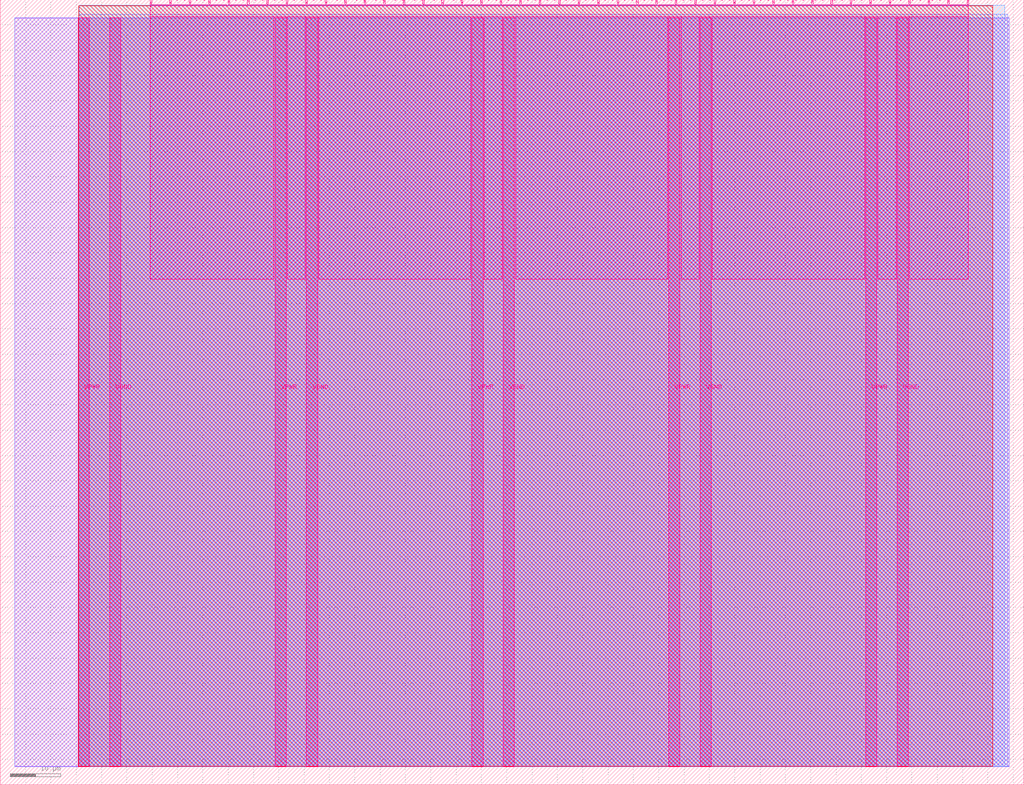
<source format=lef>
VERSION 5.7 ;
  NOWIREEXTENSIONATPIN ON ;
  DIVIDERCHAR "/" ;
  BUSBITCHARS "[]" ;
MACRO tt_um_lif_tk
  CLASS BLOCK ;
  FOREIGN tt_um_lif_tk ;
  ORIGIN 0.000 0.000 ;
  SIZE 202.080 BY 154.980 ;
  PIN VGND
    DIRECTION INOUT ;
    USE GROUND ;
    PORT
      LAYER Metal5 ;
        RECT 21.580 3.560 23.780 151.420 ;
    END
    PORT
      LAYER Metal5 ;
        RECT 60.450 3.560 62.650 151.420 ;
    END
    PORT
      LAYER Metal5 ;
        RECT 99.320 3.560 101.520 151.420 ;
    END
    PORT
      LAYER Metal5 ;
        RECT 138.190 3.560 140.390 151.420 ;
    END
    PORT
      LAYER Metal5 ;
        RECT 177.060 3.560 179.260 151.420 ;
    END
  END VGND
  PIN VPWR
    DIRECTION INOUT ;
    USE POWER ;
    PORT
      LAYER Metal5 ;
        RECT 15.380 3.560 17.580 151.420 ;
    END
    PORT
      LAYER Metal5 ;
        RECT 54.250 3.560 56.450 151.420 ;
    END
    PORT
      LAYER Metal5 ;
        RECT 93.120 3.560 95.320 151.420 ;
    END
    PORT
      LAYER Metal5 ;
        RECT 131.990 3.560 134.190 151.420 ;
    END
    PORT
      LAYER Metal5 ;
        RECT 170.860 3.560 173.060 151.420 ;
    END
  END VPWR
  PIN clk
    DIRECTION INPUT ;
    USE SIGNAL ;
    ANTENNAGATEAREA 0.213200 ;
    PORT
      LAYER Metal5 ;
        RECT 187.050 153.980 187.350 154.980 ;
    END
  END clk
  PIN ena
    DIRECTION INPUT ;
    USE SIGNAL ;
    ANTENNAGATEAREA 0.213200 ;
    PORT
      LAYER Metal5 ;
        RECT 190.890 153.980 191.190 154.980 ;
    END
  END ena
  PIN rst_n
    DIRECTION INPUT ;
    USE SIGNAL ;
    ANTENNAGATEAREA 0.629200 ;
    PORT
      LAYER Metal5 ;
        RECT 183.210 153.980 183.510 154.980 ;
    END
  END rst_n
  PIN ui_in[0]
    DIRECTION INPUT ;
    USE SIGNAL ;
    ANTENNAGATEAREA 0.213200 ;
    PORT
      LAYER Metal5 ;
        RECT 179.370 153.980 179.670 154.980 ;
    END
  END ui_in[0]
  PIN ui_in[1]
    DIRECTION INPUT ;
    USE SIGNAL ;
    ANTENNAGATEAREA 0.213200 ;
    PORT
      LAYER Metal5 ;
        RECT 175.530 153.980 175.830 154.980 ;
    END
  END ui_in[1]
  PIN ui_in[2]
    DIRECTION INPUT ;
    USE SIGNAL ;
    ANTENNAGATEAREA 0.180700 ;
    PORT
      LAYER Metal5 ;
        RECT 171.690 153.980 171.990 154.980 ;
    END
  END ui_in[2]
  PIN ui_in[3]
    DIRECTION INPUT ;
    USE SIGNAL ;
    ANTENNAGATEAREA 0.213200 ;
    PORT
      LAYER Metal5 ;
        RECT 167.850 153.980 168.150 154.980 ;
    END
  END ui_in[3]
  PIN ui_in[4]
    DIRECTION INPUT ;
    USE SIGNAL ;
    ANTENNAGATEAREA 0.180700 ;
    PORT
      LAYER Metal5 ;
        RECT 164.010 153.980 164.310 154.980 ;
    END
  END ui_in[4]
  PIN ui_in[5]
    DIRECTION INPUT ;
    USE SIGNAL ;
    ANTENNAGATEAREA 0.393900 ;
    PORT
      LAYER Metal5 ;
        RECT 160.170 153.980 160.470 154.980 ;
    END
  END ui_in[5]
  PIN ui_in[6]
    DIRECTION INPUT ;
    USE SIGNAL ;
    ANTENNAGATEAREA 0.426400 ;
    PORT
      LAYER Metal5 ;
        RECT 156.330 153.980 156.630 154.980 ;
    END
  END ui_in[6]
  PIN ui_in[7]
    DIRECTION INPUT ;
    USE SIGNAL ;
    ANTENNAGATEAREA 0.426400 ;
    PORT
      LAYER Metal5 ;
        RECT 152.490 153.980 152.790 154.980 ;
    END
  END ui_in[7]
  PIN uio_in[0]
    DIRECTION INPUT ;
    USE SIGNAL ;
    ANTENNAGATEAREA 0.213200 ;
    PORT
      LAYER Metal5 ;
        RECT 148.650 153.980 148.950 154.980 ;
    END
  END uio_in[0]
  PIN uio_in[1]
    DIRECTION INPUT ;
    USE SIGNAL ;
    ANTENNAGATEAREA 0.180700 ;
    PORT
      LAYER Metal5 ;
        RECT 144.810 153.980 145.110 154.980 ;
    END
  END uio_in[1]
  PIN uio_in[2]
    DIRECTION INPUT ;
    USE SIGNAL ;
    ANTENNAGATEAREA 0.180700 ;
    PORT
      LAYER Metal5 ;
        RECT 140.970 153.980 141.270 154.980 ;
    END
  END uio_in[2]
  PIN uio_in[3]
    DIRECTION INPUT ;
    USE SIGNAL ;
    ANTENNAGATEAREA 0.213200 ;
    PORT
      LAYER Metal5 ;
        RECT 137.130 153.980 137.430 154.980 ;
    END
  END uio_in[3]
  PIN uio_in[4]
    DIRECTION INPUT ;
    USE SIGNAL ;
    ANTENNAGATEAREA 0.213200 ;
    PORT
      LAYER Metal5 ;
        RECT 133.290 153.980 133.590 154.980 ;
    END
  END uio_in[4]
  PIN uio_in[5]
    DIRECTION INPUT ;
    USE SIGNAL ;
    ANTENNAGATEAREA 0.213200 ;
    PORT
      LAYER Metal5 ;
        RECT 129.450 153.980 129.750 154.980 ;
    END
  END uio_in[5]
  PIN uio_in[6]
    DIRECTION INPUT ;
    USE SIGNAL ;
    ANTENNAGATEAREA 0.180700 ;
    PORT
      LAYER Metal5 ;
        RECT 125.610 153.980 125.910 154.980 ;
    END
  END uio_in[6]
  PIN uio_in[7]
    DIRECTION INPUT ;
    USE SIGNAL ;
    ANTENNAGATEAREA 0.180700 ;
    PORT
      LAYER Metal5 ;
        RECT 121.770 153.980 122.070 154.980 ;
    END
  END uio_in[7]
  PIN uio_oe[0]
    DIRECTION OUTPUT ;
    USE SIGNAL ;
    ANTENNADIFFAREA 0.299200 ;
    PORT
      LAYER Metal5 ;
        RECT 56.490 153.980 56.790 154.980 ;
    END
  END uio_oe[0]
  PIN uio_oe[1]
    DIRECTION OUTPUT ;
    USE SIGNAL ;
    ANTENNADIFFAREA 0.299200 ;
    PORT
      LAYER Metal5 ;
        RECT 52.650 153.980 52.950 154.980 ;
    END
  END uio_oe[1]
  PIN uio_oe[2]
    DIRECTION OUTPUT ;
    USE SIGNAL ;
    ANTENNADIFFAREA 0.299200 ;
    PORT
      LAYER Metal5 ;
        RECT 48.810 153.980 49.110 154.980 ;
    END
  END uio_oe[2]
  PIN uio_oe[3]
    DIRECTION OUTPUT ;
    USE SIGNAL ;
    ANTENNADIFFAREA 0.299200 ;
    PORT
      LAYER Metal5 ;
        RECT 44.970 153.980 45.270 154.980 ;
    END
  END uio_oe[3]
  PIN uio_oe[4]
    DIRECTION OUTPUT ;
    USE SIGNAL ;
    ANTENNADIFFAREA 0.299200 ;
    PORT
      LAYER Metal5 ;
        RECT 41.130 153.980 41.430 154.980 ;
    END
  END uio_oe[4]
  PIN uio_oe[5]
    DIRECTION OUTPUT ;
    USE SIGNAL ;
    ANTENNADIFFAREA 0.299200 ;
    PORT
      LAYER Metal5 ;
        RECT 37.290 153.980 37.590 154.980 ;
    END
  END uio_oe[5]
  PIN uio_oe[6]
    DIRECTION OUTPUT ;
    USE SIGNAL ;
    ANTENNADIFFAREA 0.299200 ;
    PORT
      LAYER Metal5 ;
        RECT 33.450 153.980 33.750 154.980 ;
    END
  END uio_oe[6]
  PIN uio_oe[7]
    DIRECTION OUTPUT ;
    USE SIGNAL ;
    ANTENNADIFFAREA 0.299200 ;
    PORT
      LAYER Metal5 ;
        RECT 29.610 153.980 29.910 154.980 ;
    END
  END uio_oe[7]
  PIN uio_out[0]
    DIRECTION OUTPUT ;
    USE SIGNAL ;
    ANTENNAGATEAREA 0.109200 ;
    ANTENNADIFFAREA 0.632400 ;
    PORT
      LAYER Metal5 ;
        RECT 87.210 153.980 87.510 154.980 ;
    END
  END uio_out[0]
  PIN uio_out[1]
    DIRECTION OUTPUT ;
    USE SIGNAL ;
    ANTENNAGATEAREA 0.968000 ;
    ANTENNADIFFAREA 1.039100 ;
    PORT
      LAYER Metal5 ;
        RECT 83.370 153.980 83.670 154.980 ;
    END
  END uio_out[1]
  PIN uio_out[2]
    DIRECTION OUTPUT ;
    USE SIGNAL ;
    ANTENNAGATEAREA 0.351000 ;
    ANTENNADIFFAREA 0.632400 ;
    PORT
      LAYER Metal5 ;
        RECT 79.530 153.980 79.830 154.980 ;
    END
  END uio_out[2]
  PIN uio_out[3]
    DIRECTION OUTPUT ;
    USE SIGNAL ;
    ANTENNAGATEAREA 1.228500 ;
    ANTENNADIFFAREA 0.632400 ;
    PORT
      LAYER Metal5 ;
        RECT 75.690 153.980 75.990 154.980 ;
    END
  END uio_out[3]
  PIN uio_out[4]
    DIRECTION OUTPUT ;
    USE SIGNAL ;
    ANTENNAGATEAREA 1.079000 ;
    ANTENNADIFFAREA 1.039100 ;
    PORT
      LAYER Metal5 ;
        RECT 71.850 153.980 72.150 154.980 ;
    END
  END uio_out[4]
  PIN uio_out[5]
    DIRECTION OUTPUT ;
    USE SIGNAL ;
    ANTENNAGATEAREA 1.119300 ;
    ANTENNADIFFAREA 1.039100 ;
    PORT
      LAYER Metal5 ;
        RECT 68.010 153.980 68.310 154.980 ;
    END
  END uio_out[5]
  PIN uio_out[6]
    DIRECTION OUTPUT ;
    USE SIGNAL ;
    ANTENNAGATEAREA 1.027000 ;
    ANTENNADIFFAREA 0.632400 ;
    PORT
      LAYER Metal5 ;
        RECT 64.170 153.980 64.470 154.980 ;
    END
  END uio_out[6]
  PIN uio_out[7]
    DIRECTION OUTPUT ;
    USE SIGNAL ;
    ANTENNAGATEAREA 1.036100 ;
    ANTENNADIFFAREA 0.632400 ;
    PORT
      LAYER Metal5 ;
        RECT 60.330 153.980 60.630 154.980 ;
    END
  END uio_out[7]
  PIN uo_out[0]
    DIRECTION OUTPUT ;
    USE SIGNAL ;
    ANTENNADIFFAREA 0.654800 ;
    PORT
      LAYER Metal5 ;
        RECT 117.930 153.980 118.230 154.980 ;
    END
  END uo_out[0]
  PIN uo_out[1]
    DIRECTION OUTPUT ;
    USE SIGNAL ;
    ANTENNADIFFAREA 0.654800 ;
    PORT
      LAYER Metal5 ;
        RECT 114.090 153.980 114.390 154.980 ;
    END
  END uo_out[1]
  PIN uo_out[2]
    DIRECTION OUTPUT ;
    USE SIGNAL ;
    ANTENNADIFFAREA 0.299200 ;
    PORT
      LAYER Metal5 ;
        RECT 110.250 153.980 110.550 154.980 ;
    END
  END uo_out[2]
  PIN uo_out[3]
    DIRECTION OUTPUT ;
    USE SIGNAL ;
    ANTENNADIFFAREA 0.299200 ;
    PORT
      LAYER Metal5 ;
        RECT 106.410 153.980 106.710 154.980 ;
    END
  END uo_out[3]
  PIN uo_out[4]
    DIRECTION OUTPUT ;
    USE SIGNAL ;
    ANTENNADIFFAREA 0.299200 ;
    PORT
      LAYER Metal5 ;
        RECT 102.570 153.980 102.870 154.980 ;
    END
  END uo_out[4]
  PIN uo_out[5]
    DIRECTION OUTPUT ;
    USE SIGNAL ;
    ANTENNADIFFAREA 0.299200 ;
    PORT
      LAYER Metal5 ;
        RECT 98.730 153.980 99.030 154.980 ;
    END
  END uo_out[5]
  PIN uo_out[6]
    DIRECTION OUTPUT ;
    USE SIGNAL ;
    ANTENNADIFFAREA 0.299200 ;
    PORT
      LAYER Metal5 ;
        RECT 94.890 153.980 95.190 154.980 ;
    END
  END uo_out[6]
  PIN uo_out[7]
    DIRECTION OUTPUT ;
    USE SIGNAL ;
    ANTENNADIFFAREA 0.299200 ;
    PORT
      LAYER Metal5 ;
        RECT 91.050 153.980 91.350 154.980 ;
    END
  END uo_out[7]
  OBS
      LAYER GatPoly ;
        RECT 2.880 3.630 199.200 151.350 ;
      LAYER Metal1 ;
        RECT 2.880 3.560 199.200 151.420 ;
      LAYER Metal2 ;
        RECT 15.515 3.680 198.865 152.140 ;
      LAYER Metal3 ;
        RECT 15.560 3.635 198.340 153.865 ;
      LAYER Metal4 ;
        RECT 15.515 3.680 195.985 153.820 ;
      LAYER Metal5 ;
        RECT 30.120 153.770 33.240 153.980 ;
        RECT 33.960 153.770 37.080 153.980 ;
        RECT 37.800 153.770 40.920 153.980 ;
        RECT 41.640 153.770 44.760 153.980 ;
        RECT 45.480 153.770 48.600 153.980 ;
        RECT 49.320 153.770 52.440 153.980 ;
        RECT 53.160 153.770 56.280 153.980 ;
        RECT 57.000 153.770 60.120 153.980 ;
        RECT 60.840 153.770 63.960 153.980 ;
        RECT 64.680 153.770 67.800 153.980 ;
        RECT 68.520 153.770 71.640 153.980 ;
        RECT 72.360 153.770 75.480 153.980 ;
        RECT 76.200 153.770 79.320 153.980 ;
        RECT 80.040 153.770 83.160 153.980 ;
        RECT 83.880 153.770 87.000 153.980 ;
        RECT 87.720 153.770 90.840 153.980 ;
        RECT 91.560 153.770 94.680 153.980 ;
        RECT 95.400 153.770 98.520 153.980 ;
        RECT 99.240 153.770 102.360 153.980 ;
        RECT 103.080 153.770 106.200 153.980 ;
        RECT 106.920 153.770 110.040 153.980 ;
        RECT 110.760 153.770 113.880 153.980 ;
        RECT 114.600 153.770 117.720 153.980 ;
        RECT 118.440 153.770 121.560 153.980 ;
        RECT 122.280 153.770 125.400 153.980 ;
        RECT 126.120 153.770 129.240 153.980 ;
        RECT 129.960 153.770 133.080 153.980 ;
        RECT 133.800 153.770 136.920 153.980 ;
        RECT 137.640 153.770 140.760 153.980 ;
        RECT 141.480 153.770 144.600 153.980 ;
        RECT 145.320 153.770 148.440 153.980 ;
        RECT 149.160 153.770 152.280 153.980 ;
        RECT 153.000 153.770 156.120 153.980 ;
        RECT 156.840 153.770 159.960 153.980 ;
        RECT 160.680 153.770 163.800 153.980 ;
        RECT 164.520 153.770 167.640 153.980 ;
        RECT 168.360 153.770 171.480 153.980 ;
        RECT 172.200 153.770 175.320 153.980 ;
        RECT 176.040 153.770 179.160 153.980 ;
        RECT 179.880 153.770 183.000 153.980 ;
        RECT 183.720 153.770 186.840 153.980 ;
        RECT 187.560 153.770 190.680 153.980 ;
        RECT 29.660 151.630 191.140 153.770 ;
        RECT 29.660 99.815 54.040 151.630 ;
        RECT 56.660 99.815 60.240 151.630 ;
        RECT 62.860 99.815 92.910 151.630 ;
        RECT 95.530 99.815 99.110 151.630 ;
        RECT 101.730 99.815 131.780 151.630 ;
        RECT 134.400 99.815 137.980 151.630 ;
        RECT 140.600 99.815 170.650 151.630 ;
        RECT 173.270 99.815 176.850 151.630 ;
        RECT 179.470 99.815 191.140 151.630 ;
  END
END tt_um_lif_tk
END LIBRARY


</source>
